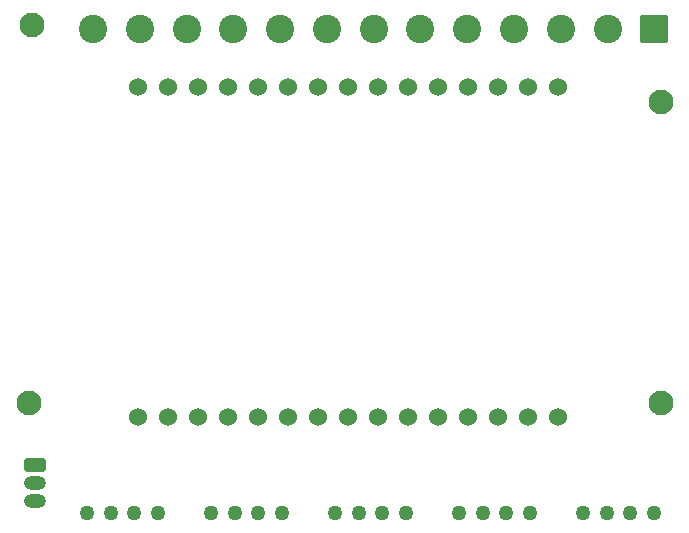
<source format=gbr>
%TF.GenerationSoftware,KiCad,Pcbnew,8.0.5*%
%TF.CreationDate,2025-03-25T20:51:19-04:00*%
%TF.ProjectId,Microcontroller boards,4d696372-6f63-46f6-9e74-726f6c6c6572,rev?*%
%TF.SameCoordinates,Original*%
%TF.FileFunction,Soldermask,Bot*%
%TF.FilePolarity,Negative*%
%FSLAX46Y46*%
G04 Gerber Fmt 4.6, Leading zero omitted, Abs format (unit mm)*
G04 Created by KiCad (PCBNEW 8.0.5) date 2025-03-25 20:51:19*
%MOMM*%
%LPD*%
G01*
G04 APERTURE LIST*
G04 Aperture macros list*
%AMRoundRect*
0 Rectangle with rounded corners*
0 $1 Rounding radius*
0 $2 $3 $4 $5 $6 $7 $8 $9 X,Y pos of 4 corners*
0 Add a 4 corners polygon primitive as box body*
4,1,4,$2,$3,$4,$5,$6,$7,$8,$9,$2,$3,0*
0 Add four circle primitives for the rounded corners*
1,1,$1+$1,$2,$3*
1,1,$1+$1,$4,$5*
1,1,$1+$1,$6,$7*
1,1,$1+$1,$8,$9*
0 Add four rect primitives between the rounded corners*
20,1,$1+$1,$2,$3,$4,$5,0*
20,1,$1+$1,$4,$5,$6,$7,0*
20,1,$1+$1,$6,$7,$8,$9,0*
20,1,$1+$1,$8,$9,$2,$3,0*%
G04 Aperture macros list end*
%ADD10C,2.100000*%
%ADD11RoundRect,0.250000X-0.685000X0.335000X-0.685000X-0.335000X0.685000X-0.335000X0.685000X0.335000X0*%
%ADD12O,1.870000X1.170000*%
%ADD13RoundRect,0.250001X0.949999X0.949999X-0.949999X0.949999X-0.949999X-0.949999X0.949999X-0.949999X0*%
%ADD14C,2.400000*%
%ADD15C,1.270000*%
%ADD16C,1.524000*%
G04 APERTURE END LIST*
D10*
%TO.C,REF\u002A\u002A*%
X96000000Y-104000000D03*
%TD*%
%TO.C,REF\u002A\u002A*%
X149500000Y-104000000D03*
%TD*%
D11*
%TO.C,J7*%
X96530000Y-109280000D03*
D12*
X96530000Y-110780000D03*
X96530000Y-112280000D03*
%TD*%
D10*
%TO.C,REF\u002A\u002A*%
X96250000Y-72000000D03*
%TD*%
D13*
%TO.C,J6*%
X148960000Y-72297500D03*
D14*
X145000000Y-72297500D03*
X141040000Y-72297500D03*
X137080000Y-72297500D03*
X133120000Y-72297500D03*
X129160000Y-72297500D03*
X125200000Y-72297500D03*
X121240000Y-72297500D03*
X117280000Y-72297500D03*
X113320000Y-72297500D03*
X109360000Y-72297500D03*
X105400000Y-72297500D03*
X101440000Y-72297500D03*
%TD*%
D15*
%TO.C,J4*%
X148925099Y-113280000D03*
X146925100Y-113280000D03*
X144925099Y-113280000D03*
X142925101Y-113280000D03*
%TD*%
%TO.C,J5*%
X138425099Y-113297400D03*
X136425100Y-113297400D03*
X134425099Y-113297400D03*
X132425101Y-113297400D03*
%TD*%
D16*
%TO.C,U1*%
X140790000Y-77250000D03*
X138250000Y-77250000D03*
X135710000Y-77250000D03*
X133170000Y-77250000D03*
X130630000Y-77250000D03*
X128090000Y-77250000D03*
X125550000Y-77250000D03*
X123010000Y-77250000D03*
X120470000Y-77250000D03*
X117930000Y-77250000D03*
X115390000Y-77250000D03*
X112850000Y-77250000D03*
X110310000Y-77250000D03*
X107770000Y-77250000D03*
X105230000Y-77250000D03*
X105230000Y-105190000D03*
X107770000Y-105190000D03*
X110310000Y-105190000D03*
X112850000Y-105190000D03*
X115390000Y-105190000D03*
X117930000Y-105190000D03*
X120470000Y-105190000D03*
X123010000Y-105190000D03*
X125550000Y-105190000D03*
X128090000Y-105190000D03*
X130630000Y-105190000D03*
X133170000Y-105190000D03*
X135710000Y-105190000D03*
X138250000Y-105190000D03*
X140790000Y-105190000D03*
%TD*%
D15*
%TO.C,J2*%
X127925099Y-113297400D03*
X125925100Y-113297400D03*
X123925099Y-113297400D03*
X121925101Y-113297400D03*
%TD*%
%TO.C,J1*%
X106925099Y-113297400D03*
X104925100Y-113297400D03*
X102925099Y-113297400D03*
X100925101Y-113297400D03*
%TD*%
D10*
%TO.C,REF\u002A\u002A*%
X149500000Y-78500000D03*
%TD*%
D15*
%TO.C,J3*%
X117425099Y-113297400D03*
X115425100Y-113297400D03*
X113425099Y-113297400D03*
X111425101Y-113297400D03*
%TD*%
M02*

</source>
